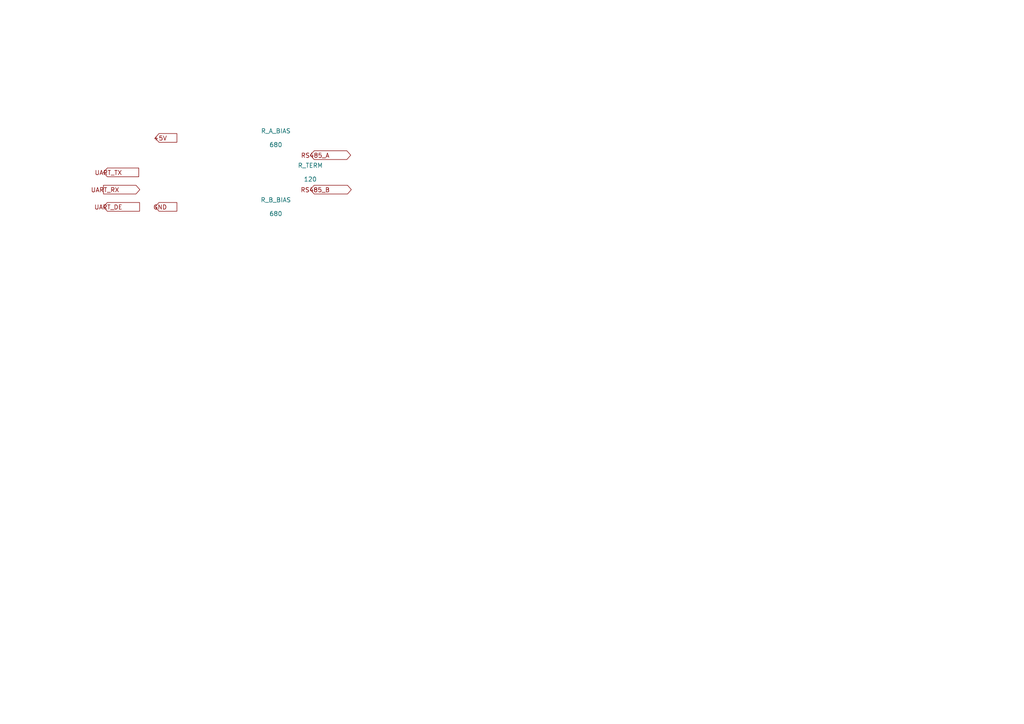
<source format=kicad_sch>
(kicad_sch (version 20231001) (generator "eeschema")
  (paper "A4")
  (title_block (title "RS-485 Interface: THVD1450 + Protection"))

  (symbol (lib_id "Interface_UART:MAX485") (at 60 50 0) (unit 1) (in_bom yes) (on_board yes)
    (property "Reference" "U3" (at 60 48 0) (effects (font (size 1.27 1.27))))
    (property "Value" "THVD1450" (at 60 52 0) (effects (font (size 1.27 1.27))))
  )

  (global_label "+5V"     (at 45 40 0) (shape input)       (effects (font (size 1.27 1.27))) (uuid "rs000001-0000-4000-8000-000000000001"))
  (global_label "GND"     (at 45 60 0) (shape input)       (effects (font (size 1.27 1.27))) (uuid "rs000001-0000-4000-8000-000000000002"))
  (global_label "UART_TX" (at 30 50 0) (shape input)       (effects (font (size 1.27 1.27))) (uuid "rs000001-0000-4000-8000-000000000003"))
  (global_label "UART_RX" (at 30 55 0) (shape output)      (effects (font (size 1.27 1.27))) (uuid "rs000001-0000-4000-8000-000000000004"))
  (global_label "UART_DE" (at 30 60 0) (shape input)       (effects (font (size 1.27 1.27))) (uuid "rs000001-0000-4000-8000-000000000005"))
  (global_label "RS485_A" (at 90 45 0) (shape bidirectional) (effects (font (size 1.27 1.27))) (uuid "rs000001-0000-4000-8000-000000000006"))
  (global_label "RS485_B" (at 90 55 0) (shape bidirectional) (effects (font (size 1.27 1.27))) (uuid "rs000001-0000-4000-8000-000000000007"))

  (symbol (lib_id "Device:R") (at 80 40 0) (unit 1) (in_bom yes) (on_board yes)
    (property "Reference" "R_A_BIAS" (at 80 38 0) (effects (font (size 1.27 1.27))))
    (property "Value" "680" (at 80 42 0) (effects (font (size 1.27 1.27))))
  )
  (symbol (lib_id "Device:R") (at 80 60 0) (unit 1) (in_bom yes) (on_board yes)
    (property "Reference" "R_B_BIAS" (at 80 58 0) (effects (font (size 1.27 1.27))))
    (property "Value" "680" (at 80 62 0) (effects (font (size 1.27 1.27))))
  )
  (symbol (lib_id "Device:R") (at 90 50 0) (unit 1) (in_bom yes) (on_board yes)
    (property "Reference" "R_TERM" (at 90 48 0) (effects (font (size 1.27 1.27))))
    (property "Value" "120" (at 90 52 0) (effects (font (size 1.27 1.27))))
  )

  (symbol (lib_id "Diode:TVS") (at 110 50 0) (unit 1) (in_bom yes) (on_board yes)
    (property "Reference" "D_RS485" (at 110 48 0) (effects (font (size 1.27 1.27))))
    (property "Value" "SM712" (at 110 52 0) (effects (font (size 1.27 1.27))))
  )

  (symbol (lib_id "Connector:Conn_01x03") (at 140 50 0) (unit 1) (in_bom yes) (on_board yes)
    (property "Reference" "J2" (at 140 48 0) (effects (font (size 1.27 1.27))))
    (property "Value" "RS485 (A,B,GND)" (at 140 52 0) (effects (font (size 1.27 1.27))))
    (property "Footprint" "TerminalBlock_Phoenix:TerminalBlock_Phoenix_MSTBA_3_5.08mm" (at 140 54 0) (effects (font (size 1 1))))
  )
)

</source>
